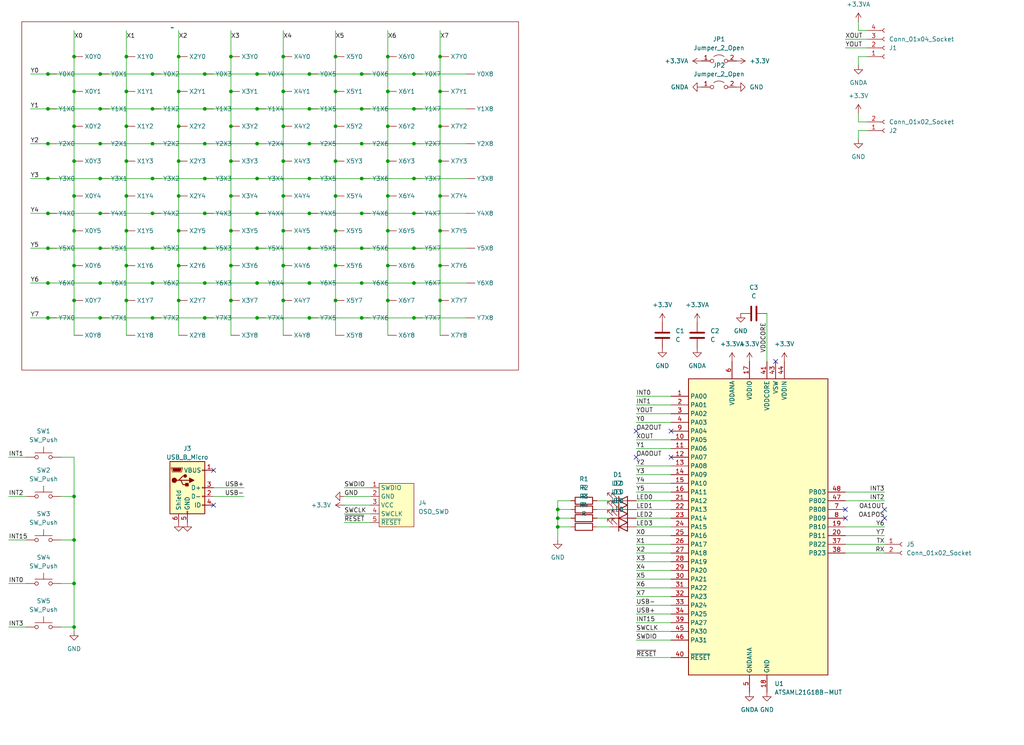
<source format=kicad_sch>
(kicad_sch (version 20230121) (generator eeschema)
  (paper "User" 298.45 217.322)
  (lib_symbols
    (symbol "CAPT-B1-02 Cap Touch Matrix Shield-eagle-import:MATRIX_ACTIVE_8X8SEG"
      (symbol "MATRIX_ACTIVE_8X8SEG_1_0"
        (pin passive line (at -50.8 40.64 0) (length 2.54) (name "X0Y0") (number "X0Y0"))
        (pin passive line (at -50.8 30.48 0) (length 2.54) (name "X0Y1") (number "X0Y1"))
        (pin passive line (at -50.8 20.32 0) (length 2.54) (name "X0Y2") (number "X0Y2"))
        (pin passive line (at -50.8 10.16 0) (length 2.54) (name "X0Y3") (number "X0Y3"))
        (pin passive line (at -50.8 0 0) (length 2.54) (name "X0Y4") (number "X0Y4"))
        (pin passive line (at -50.8 -10.16 0) (length 2.54) (name "X0Y5") (number "X0Y5"))
        (pin passive line (at -50.8 -20.32 0) (length 2.54) (name "X0Y6") (number "X0Y6"))
        (pin passive line (at -50.8 -30.48 0) (length 2.54) (name "X0Y7") (number "X0Y7"))
        (pin passive line (at -50.8 -40.64 0) (length 2.54) (name "X0Y8") (number "X0Y8"))
        (pin passive line (at -35.56 40.64 0) (length 2.54) (name "X1Y0") (number "X1Y0"))
        (pin passive line (at -35.56 30.48 0) (length 2.54) (name "X1Y1") (number "X1Y1"))
        (pin passive line (at -35.56 20.32 0) (length 2.54) (name "X1Y2") (number "X1Y2"))
        (pin passive line (at -35.56 10.16 0) (length 2.54) (name "X1Y3") (number "X1Y3"))
        (pin passive line (at -35.56 0 0) (length 2.54) (name "X1Y4") (number "X1Y4"))
        (pin passive line (at -35.56 -10.16 0) (length 2.54) (name "X1Y5") (number "X1Y5"))
        (pin passive line (at -35.56 -20.32 0) (length 2.54) (name "X1Y6") (number "X1Y6"))
        (pin passive line (at -35.56 -30.48 0) (length 2.54) (name "X1Y7") (number "X1Y7"))
        (pin passive line (at -35.56 -40.64 0) (length 2.54) (name "X1Y8") (number "X1Y8"))
        (pin passive line (at -20.32 40.64 0) (length 2.54) (name "X2Y0") (number "X2Y0"))
        (pin passive line (at -20.32 30.48 0) (length 2.54) (name "X2Y1") (number "X2Y1"))
        (pin passive line (at -20.32 20.32 0) (length 2.54) (name "X2Y2") (number "X2Y2"))
        (pin passive line (at -20.32 10.16 0) (length 2.54) (name "X2Y3") (number "X2Y3"))
        (pin passive line (at -20.32 0 0) (length 2.54) (name "X2Y4") (number "X2Y4"))
        (pin passive line (at -20.32 -10.16 0) (length 2.54) (name "X2Y5") (number "X2Y5"))
        (pin passive line (at -20.32 -20.32 0) (length 2.54) (name "X2Y6") (number "X2Y6"))
        (pin passive line (at -20.32 -30.48 0) (length 2.54) (name "X2Y7") (number "X2Y7"))
        (pin passive line (at -20.32 -40.64 0) (length 2.54) (name "X2Y8") (number "X2Y8"))
        (pin passive line (at -5.08 40.64 0) (length 2.54) (name "X3Y0") (number "X3Y0"))
        (pin passive line (at -5.08 30.48 0) (length 2.54) (name "X3Y1") (number "X3Y1"))
        (pin passive line (at -5.08 20.32 0) (length 2.54) (name "X3Y2") (number "X3Y2"))
        (pin passive line (at -5.08 10.16 0) (length 2.54) (name "X3Y3") (number "X3Y3"))
        (pin passive line (at -5.08 0 0) (length 2.54) (name "X3Y4") (number "X3Y4"))
        (pin passive line (at -5.08 -10.16 0) (length 2.54) (name "X3Y5") (number "X3Y5"))
        (pin passive line (at -5.08 -20.32 0) (length 2.54) (name "X3Y6") (number "X3Y6"))
        (pin passive line (at -5.08 -30.48 0) (length 2.54) (name "X3Y7") (number "X3Y7"))
        (pin passive line (at -5.08 -40.64 0) (length 2.54) (name "X3Y8") (number "X3Y8"))
        (pin passive line (at 10.16 40.64 0) (length 2.54) (name "X4Y0") (number "X4Y0"))
        (pin passive line (at 10.16 30.48 0) (length 2.54) (name "X4Y1") (number "X4Y1"))
        (pin passive line (at 10.16 20.32 0) (length 2.54) (name "X4Y2") (number "X4Y2"))
        (pin passive line (at 10.16 10.16 0) (length 2.54) (name "X4Y3") (number "X4Y3"))
        (pin passive line (at 10.16 0 0) (length 2.54) (name "X4Y4") (number "X4Y4"))
        (pin passive line (at 10.16 -10.16 0) (length 2.54) (name "X4Y5") (number "X4Y5"))
        (pin passive line (at 10.16 -20.32 0) (length 2.54) (name "X4Y6") (number "X4Y6"))
        (pin passive line (at 10.16 -30.48 0) (length 2.54) (name "X4Y7") (number "X4Y7"))
        (pin passive line (at 10.16 -40.64 0) (length 2.54) (name "X4Y8") (number "X4Y8"))
        (pin passive line (at 25.4 40.64 0) (length 2.54) (name "X5Y0") (number "X5Y0"))
        (pin passive line (at 25.4 30.48 0) (length 2.54) (name "X5Y1") (number "X5Y1"))
        (pin passive line (at 25.4 20.32 0) (length 2.54) (name "X5Y2") (number "X5Y2"))
        (pin passive line (at 25.4 10.16 0) (length 2.54) (name "X5Y3") (number "X5Y3"))
        (pin passive line (at 25.4 0 0) (length 2.54) (name "X5Y4") (number "X5Y4"))
        (pin passive line (at 25.4 -10.16 0) (length 2.54) (name "X5Y5") (number "X5Y5"))
        (pin passive line (at 25.4 -20.32 0) (length 2.54) (name "X5Y6") (number "X5Y6"))
        (pin passive line (at 25.4 -30.48 0) (length 2.54) (name "X5Y7") (number "X5Y7"))
        (pin passive line (at 25.4 -40.64 0) (length 2.54) (name "X5Y8") (number "X5Y8"))
        (pin passive line (at 40.64 40.64 0) (length 2.54) (name "X6Y0") (number "X6Y0"))
        (pin passive line (at 40.64 30.48 0) (length 2.54) (name "X6Y1") (number "X6Y1"))
        (pin passive line (at 40.64 20.32 0) (length 2.54) (name "X6Y2") (number "X6Y2"))
        (pin passive line (at 40.64 10.16 0) (length 2.54) (name "X6Y3") (number "X6Y3"))
        (pin passive line (at 40.64 0 0) (length 2.54) (name "X6Y4") (number "X6Y4"))
        (pin passive line (at 40.64 -10.16 0) (length 2.54) (name "X6Y5") (number "X6Y5"))
        (pin passive line (at 40.64 -20.32 0) (length 2.54) (name "X6Y6") (number "X6Y6"))
        (pin passive line (at 40.64 -30.48 0) (length 2.54) (name "X6Y7") (number "X6Y7"))
        (pin passive line (at 40.64 -40.64 0) (length 2.54) (name "X6Y8") (number "X6Y8"))
        (pin passive line (at 55.88 40.64 0) (length 2.54) (name "X7Y0") (number "X7Y0"))
        (pin passive line (at 55.88 30.48 0) (length 2.54) (name "X7Y1") (number "X7Y1"))
        (pin passive line (at 55.88 20.32 0) (length 2.54) (name "X7Y2") (number "X7Y2"))
        (pin passive line (at 55.88 10.16 0) (length 2.54) (name "X7Y3") (number "X7Y3"))
        (pin passive line (at 55.88 0 0) (length 2.54) (name "X7Y4") (number "X7Y4"))
        (pin passive line (at 55.88 -10.16 0) (length 2.54) (name "X7Y5") (number "X7Y5"))
        (pin passive line (at 55.88 -20.32 0) (length 2.54) (name "X7Y6") (number "X7Y6"))
        (pin passive line (at 55.88 -30.48 0) (length 2.54) (name "X7Y7") (number "X7Y7"))
        (pin passive line (at 55.88 -40.64 0) (length 2.54) (name "X7Y8") (number "X7Y8"))
        (pin passive line (at -58.42 35.56 0) (length 2.54) (name "Y0X0") (number "Y0X0"))
        (pin passive line (at -43.18 35.56 0) (length 2.54) (name "Y0X1") (number "Y0X1"))
        (pin passive line (at -27.94 35.56 0) (length 2.54) (name "Y0X2") (number "Y0X2"))
        (pin passive line (at -12.7 35.56 0) (length 2.54) (name "Y0X3") (number "Y0X3"))
        (pin passive line (at 2.54 35.56 0) (length 2.54) (name "Y0X4") (number "Y0X4"))
        (pin passive line (at 17.78 35.56 0) (length 2.54) (name "Y0X5") (number "Y0X5"))
        (pin passive line (at 33.02 35.56 0) (length 2.54) (name "Y0X6") (number "Y0X6"))
        (pin passive line (at 48.26 35.56 0) (length 2.54) (name "Y0X7") (number "Y0X7"))
        (pin passive line (at 63.5 35.56 0) (length 2.54) (name "Y0X8") (number "Y0X8"))
        (pin passive line (at -58.42 25.4 0) (length 2.54) (name "Y1X0") (number "Y1X0"))
        (pin passive line (at -43.18 25.4 0) (length 2.54) (name "Y1X1") (number "Y1X1"))
        (pin passive line (at -27.94 25.4 0) (length 2.54) (name "Y1X2") (number "Y1X2"))
        (pin passive line (at -12.7 25.4 0) (length 2.54) (name "Y1X3") (number "Y1X3"))
        (pin passive line (at 2.54 25.4 0) (length 2.54) (name "Y1X4") (number "Y1X4"))
        (pin passive line (at 17.78 25.4 0) (length 2.54) (name "Y1X5") (number "Y1X5"))
        (pin passive line (at 33.02 25.4 0) (length 2.54) (name "Y1X6") (number "Y1X6"))
        (pin passive line (at 48.26 25.4 0) (length 2.54) (name "Y1X7") (number "Y1X7"))
        (pin passive line (at 63.5 25.4 0) (length 2.54) (name "Y1X8") (number "Y1X8"))
        (pin passive line (at -58.42 15.24 0) (length 2.54) (name "Y2X0") (number "Y2X0"))
        (pin passive line (at -43.18 15.24 0) (length 2.54) (name "Y2X1") (number "Y2X1"))
        (pin passive line (at -27.94 15.24 0) (length 2.54) (name "Y2X2") (number "Y2X2"))
        (pin passive line (at -12.7 15.24 0) (length 2.54) (name "Y2X3") (number "Y2X3"))
        (pin passive line (at 2.54 15.24 0) (length 2.54) (name "Y2X4") (number "Y2X4"))
        (pin passive line (at 17.78 15.24 0) (length 2.54) (name "Y2X5") (number "Y2X5"))
        (pin passive line (at 33.02 15.24 0) (length 2.54) (name "Y2X6") (number "Y2X6"))
        (pin passive line (at 48.26 15.24 0) (length 2.54) (name "Y2X7") (number "Y2X7"))
        (pin passive line (at 63.5 15.24 0) (length 2.54) (name "Y2X8") (number "Y2X8"))
        (pin passive line (at -58.42 5.08 0) (length 2.54) (name "Y3X0") (number "Y3X0"))
        (pin passive line (at -43.18 5.08 0) (length 2.54) (name "Y3X1") (number "Y3X1"))
        (pin passive line (at -27.94 5.08 0) (length 2.54) (name "Y3X2") (number "Y3X2"))
        (pin passive line (at -12.7 5.08 0) (length 2.54) (name "Y3X3") (number "Y3X3"))
        (pin passive line (at 2.54 5.08 0) (length 2.54) (name "Y3X4") (number "Y3X4"))
        (pin passive line (at 17.78 5.08 0) (length 2.54) (name "Y3X5") (number "Y3X5"))
        (pin passive line (at 33.02 5.08 0) (length 2.54) (name "Y3X6") (number "Y3X6"))
        (pin passive line (at 48.26 5.08 0) (length 2.54) (name "Y3X7") (number "Y3X7"))
        (pin passive line (at 63.5 5.08 0) (length 2.54) (name "Y3X8") (number "Y3X8"))
        (pin passive line (at -58.42 -5.08 0) (length 2.54) (name "Y4X0") (number "Y4X0"))
        (pin passive line (at -43.18 -5.08 0) (length 2.54) (name "Y4X1") (number "Y4X1"))
        (pin passive line (at -27.94 -5.08 0) (length 2.54) (name "Y4X2") (number "Y4X2"))
        (pin passive line (at -12.7 -5.08 0) (length 2.54) (name "Y4X3") (number "Y4X3"))
        (pin passive line (at 2.54 -5.08 0) (length 2.54) (name "Y4X4") (number "Y4X4"))
        (pin passive line (at 17.78 -5.08 0) (length 2.54) (name "Y4X5") (number "Y4X5"))
        (pin passive line (at 33.02 -5.08 0) (length 2.54) (name "Y4X6") (number "Y4X6"))
        (pin passive line (at 48.26 -5.08 0) (length 2.54) (name "Y4X7") (number "Y4X7"))
        (pin passive line (at 63.5 -5.08 0) (length 2.54) (name "Y4X8") (number "Y4X8"))
        (pin passive line (at -58.42 -15.24 0) (length 2.54) (name "Y5X0") (number "Y5X0"))
        (pin passive line (at -43.18 -15.24 0) (length 2.54) (name "Y5X1") (number "Y5X1"))
        (pin passive line (at -27.94 -15.24 0) (length 2.54) (name "Y5X2") (number "Y5X2"))
        (pin passive line (at -12.7 -15.24 0) (length 2.54) (name "Y5X3") (number "Y5X3"))
        (pin passive line (at 2.54 -15.24 0) (length 2.54) (name "Y5X4") (number "Y5X4"))
        (pin passive line (at 17.78 -15.24 0) (length 2.54) (name "Y5X5") (number "Y5X5"))
        (pin passive line (at 33.02 -15.24 0) (length 2.54) (name "Y5X6") (number "Y5X6"))
        (pin passive line (at 48.26 -15.24 0) (length 2.54) (name "Y5X7") (number "Y5X7"))
        (pin passive line (at 63.5 -15.24 0) (length 2.54) (name "Y5X8") (number "Y5X8"))
        (pin passive line (at -58.42 -25.4 0) (length 2.54) (name "Y6X0") (number "Y6X0"))
        (pin passive line (at -43.18 -25.4 0) (length 2.54) (name "Y6X1") (number "Y6X1"))
        (pin passive line (at -27.94 -25.4 0) (length 2.54) (name "Y6X2") (number "Y6X2"))
        (pin passive line (at -12.7 -25.4 0) (length 2.54) (name "Y6X3") (number "Y6X3"))
        (pin passive line (at 2.54 -25.4 0) (length 2.54) (name "Y6X4") (number "Y6X4"))
        (pin passive line (at 17.78 -25.4 0) (length 2.54) (name "Y6X5") (number "Y6X5"))
        (pin passive line (at 33.02 -25.4 0) (length 2.54) (name "Y6X6") (number "Y6X6"))
        (pin passive line (at 48.26 -25.4 0) (length 2.54) (name "Y6X7") (number "Y6X7"))
        (pin passive line (at 63.5 -25.4 0) (length 2.54) (name "Y6X8") (number "Y6X8"))
        (pin passive line (at -58.42 -35.56 0) (length 2.54) (name "Y7X0") (number "Y7X0"))
        (pin passive line (at -43.18 -35.56 0) (length 2.54) (name "Y7X1") (number "Y7X1"))
        (pin passive line (at -27.94 -35.56 0) (length 2.54) (name "Y7X2") (number "Y7X2"))
        (pin passive line (at -12.7 -35.56 0) (length 2.54) (name "Y7X3") (number "Y7X3"))
        (pin passive line (at 2.54 -35.56 0) (length 2.54) (name "Y7X4") (number "Y7X4"))
        (pin passive line (at 17.78 -35.56 0) (length 2.54) (name "Y7X5") (number "Y7X5"))
        (pin passive line (at 33.02 -35.56 0) (length 2.54) (name "Y7X6") (number "Y7X6"))
        (pin passive line (at 48.26 -35.56 0) (length 2.54) (name "Y7X7") (number "Y7X7"))
        (pin passive line (at 63.5 -35.56 0) (length 2.54) (name "Y7X8") (number "Y7X8"))
      )
    )
    (symbol "Connector:Conn_01x02_Socket" (pin_names (offset 1.016) hide)
      (property "Reference" "J" (at 0 2.54 0))
      (property "Value" "Conn_01x02_Socket" (at 0 -5.08 0))
      (symbol "Conn_01x02_Socket_1_1"
        (pin passive line (at -5.08 0 0) (length 3.81) (name "Pin_1") (number "1"))
        (pin passive line (at -5.08 -2.54 0) (length 3.81) (name "Pin_2") (number "2"))
      )
    )
    (symbol "Connector:Conn_01x04_Socket" (pin_names (offset 1.016) hide)
      (property "Reference" "J" (at 0 5.08 0))
      (property "Value" "Conn_01x04_Socket" (at 0 -7.62 0))
      (symbol "Conn_01x04_Socket_1_1"
        (pin passive line (at -5.08 2.54 0) (length 3.81) (name "Pin_1") (number "1"))
        (pin passive line (at -5.08 0 0) (length 3.81) (name "Pin_2") (number "2"))
        (pin passive line (at -5.08 -2.54 0) (length 3.81) (name "Pin_3") (number "3"))
        (pin passive line (at -5.08 -5.08 0) (length 3.81) (name "Pin_4") (number "4"))
      )
    )
    (symbol "Connector:USB_B_Micro" (pin_names (offset 1.016))
      (property "Reference" "J" (at -5.08 11.43 0))
      (property "Value" "USB_B_Micro" (at -5.08 8.89 0))
      (symbol "USB_B_Micro_1_1"
        (pin power_out line (at 7.62 5.08 180) (length 2.54) (name "VBUS") (number "1"))
        (pin bidirectional line (at 7.62 -2.54 180) (length 2.54) (name "D-") (number "2"))
        (pin bidirectional line (at 7.62 0 180) (length 2.54) (name "D+") (number "3"))
        (pin passive line (at 7.62 -5.08 180) (length 2.54) (name "ID") (number "4"))
        (pin power_out line (at 0 -10.16 90) (length 2.54) (name "GND") (number "5"))
        (pin passive line (at -2.54 -10.16 90) (length 2.54) (name "Shield") (number "6"))
      )
    )
    (symbol "Device:C" (pin_numbers hide) (pin_names (offset 0.254))
      (property "Reference" "C" (at 0.635 2.54 0))
      (property "Value" "C" (at 0.635 -2.54 0))
      (symbol "C_1_1"
        (pin passive line (at 0 3.81 270) (length 2.794) (name "~") (number "1"))
        (pin passive line (at 0 -3.81 90) (length 2.794) (name "~") (number "2"))
      )
    )
    (symbol "Device:LED" (pin_numbers hide) (pin_names (offset 1.016) hide)
      (property "Reference" "D" (at 0 2.54 0))
      (property "Value" "LED" (at 0 -2.54 0))
      (symbol "LED_1_1"
        (pin passive line (at -3.81 0 0) (length 2.54) (name "K") (number "1"))
        (pin passive line (at 3.81 0 180) (length 2.54) (name "A") (number "2"))
      )
    )
    (symbol "Device:R" (pin_numbers hide) (pin_names (offset 0))
      (property "Reference" "R" (at 2.032 0 90))
      (property "Value" "R" (at 0 0 90))
      (symbol "R_1_1"
        (pin passive line (at 0 3.81 270) (length 1.27) (name "~") (number "1"))
        (pin passive line (at 0 -3.81 90) (length 1.27) (name "~") (number "2"))
      )
    )
    (symbol "Jumper:Jumper_2_Open" (pin_names (offset 0) hide)
      (property "Reference" "JP" (at 0 2.794 0))
      (property "Value" "Jumper_2_Open" (at 0 -2.286 0))
      (symbol "Jumper_2_Open_1_1"
        (pin passive line (at -5.08 0 0) (length 2.54) (name "A") (number "1"))
        (pin passive line (at 5.08 0 180) (length 2.54) (name "B") (number "2"))
      )
    )
    (symbol "MCU_Microchip_SAML:ATSAML21G18B-MUT"
      (property "Reference" "U" (at -17.78 45.72 0))
      (property "Value" "ATSAML21G18B-MUT" (at -15.24 -45.72 0))
      (symbol "ATSAML21G18B-MUT_1_1"
        (pin bidirectional line (at -25.4 38.1 0) (length 5.08) (name "PA00") (number "1"))
        (pin bidirectional line (at -25.4 25.4 0) (length 5.08) (name "PA05") (number "10"))
        (pin bidirectional line (at -25.4 22.86 0) (length 5.08) (name "PA06") (number "11"))
        (pin bidirectional line (at -25.4 20.32 0) (length 5.08) (name "PA07") (number "12"))
        (pin bidirectional line (at -25.4 17.78 0) (length 5.08) (name "PA08") (number "13"))
        (pin bidirectional line (at -25.4 15.24 0) (length 5.08) (name "PA09") (number "14"))
        (pin bidirectional line (at -25.4 12.7 0) (length 5.08) (name "PA10") (number "15"))
        (pin bidirectional line (at -25.4 10.16 0) (length 5.08) (name "PA11") (number "16"))
        (pin power_in line (at -2.54 48.26 270) (length 5.08) (name "VDDIO") (number "17"))
        (pin power_in line (at 2.54 -48.26 90) (length 5.08) (name "GND") (number "18"))
        (pin bidirectional line (at 25.4 0 180) (length 5.08) (name "PB10") (number "19"))
        (pin bidirectional line (at -25.4 35.56 0) (length 5.08) (name "PA01") (number "2"))
        (pin bidirectional line (at 25.4 -2.54 180) (length 5.08) (name "PB11") (number "20"))
        (pin bidirectional line (at -25.4 7.62 0) (length 5.08) (name "PA12") (number "21"))
        (pin bidirectional line (at -25.4 5.08 0) (length 5.08) (name "PA13") (number "22"))
        (pin bidirectional line (at -25.4 2.54 0) (length 5.08) (name "PA14") (number "23"))
        (pin bidirectional line (at -25.4 0 0) (length 5.08) (name "PA15") (number "24"))
        (pin bidirectional line (at -25.4 -2.54 0) (length 5.08) (name "PA16") (number "25"))
        (pin bidirectional line (at -25.4 -5.08 0) (length 5.08) (name "PA17") (number "26"))
        (pin bidirectional line (at -25.4 -7.62 0) (length 5.08) (name "PA18") (number "27"))
        (pin bidirectional line (at -25.4 -10.16 0) (length 5.08) (name "PA19") (number "28"))
        (pin bidirectional line (at -25.4 -12.7 0) (length 5.08) (name "PA20") (number "29"))
        (pin bidirectional line (at -25.4 33.02 0) (length 5.08) (name "PA02") (number "3"))
        (pin bidirectional line (at -25.4 -15.24 0) (length 5.08) (name "PA21") (number "30"))
        (pin bidirectional line (at -25.4 -17.78 0) (length 5.08) (name "PA22") (number "31"))
        (pin bidirectional line (at -25.4 -20.32 0) (length 5.08) (name "PA23") (number "32"))
        (pin bidirectional line (at -25.4 -22.86 0) (length 5.08) (name "PA24") (number "33"))
        (pin bidirectional line (at -25.4 -25.4 0) (length 5.08) (name "PA25") (number "34"))
        (pin passive line (at 2.54 -48.26 90) (length 5.08) hide (name "GND") (number "35"))
        (pin passive line (at -2.54 48.26 270) (length 5.08) hide (name "VDDIO") (number "36"))
        (pin bidirectional line (at 25.4 -5.08 180) (length 5.08) (name "PB22") (number "37"))
        (pin bidirectional line (at 25.4 -7.62 180) (length 5.08) (name "PB23") (number "38"))
        (pin bidirectional line (at -25.4 -27.94 0) (length 5.08) (name "PA27") (number "39"))
        (pin bidirectional line (at -25.4 30.48 0) (length 5.08) (name "PA03") (number "4"))
        (pin input line (at -25.4 -38.1 0) (length 5.08) (name "~{RESET}") (number "40"))
        (pin power_in line (at 2.54 48.26 270) (length 5.08) (name "VDDCORE") (number "41"))
        (pin passive line (at 2.54 -48.26 90) (length 5.08) hide (name "GND") (number "42"))
        (pin power_out line (at 5.08 48.26 270) (length 5.08) (name "VSW") (number "43"))
        (pin power_in line (at 7.62 48.26 270) (length 5.08) (name "VDDIN") (number "44"))
        (pin bidirectional line (at -25.4 -30.48 0) (length 5.08) (name "PA30") (number "45"))
        (pin bidirectional line (at -25.4 -33.02 0) (length 5.08) (name "PA31") (number "46"))
        (pin bidirectional line (at 25.4 7.62 180) (length 5.08) (name "PB02") (number "47"))
        (pin bidirectional line (at 25.4 10.16 180) (length 5.08) (name "PB03") (number "48"))
        (pin power_in line (at -2.54 -48.26 90) (length 5.08) (name "GNDANA") (number "5"))
        (pin power_in line (at -7.62 48.26 270) (length 5.08) (name "VDDANA") (number "6"))
        (pin bidirectional line (at 25.4 5.08 180) (length 5.08) (name "PB08") (number "7"))
        (pin bidirectional line (at 25.4 2.54 180) (length 5.08) (name "PB09") (number "8"))
        (pin bidirectional line (at -25.4 27.94 0) (length 5.08) (name "PA04") (number "9"))
      )
    )
    (symbol "OSO_SWD:OSO_SWD"
      (property "Reference" "J" (at 0 -7.62 0))
      (property "Value" "OSO_SWD" (at 0 7.62 0))
      (symbol "OSO_SWD_1_1"
        (pin bidirectional line (at -7.62 5.08 0) (length 2.54) (name "SWDIO") (number "1"))
        (pin power_in line (at -7.62 2.54 0) (length 2.54) (name "GND") (number "2"))
        (pin power_in line (at -7.62 0 0) (length 2.54) (name "VCC") (number "3"))
        (pin bidirectional line (at -7.62 -2.54 0) (length 2.54) (name "SWCLK") (number "4"))
        (pin bidirectional line (at -7.62 -5.08 0) (length 2.54) (name "~{RESET}") (number "5"))
      )
    )
    (symbol "Switch:SW_Push" (pin_numbers hide) (pin_names (offset 1.016) hide)
      (property "Reference" "SW" (at 1.27 2.54 0))
      (property "Value" "SW_Push" (at 0 -1.524 0))
      (symbol "SW_Push_0_1"
        (pin passive line (at -5.08 0 0) (length 2.54) (name "1") (number "1"))
        (pin passive line (at 5.08 0 180) (length 2.54) (name "2") (number "2"))
      )
    )
    (symbol "power:+3.3V" (power) (pin_names (offset 0))
      (property "Value" "+3.3V" (at 0 3.556 0))
      (symbol "+3.3V_1_1"
        (pin power_in line (at 0 0 90) (length 0) hide (name "+3.3V") (number "1"))
      )
    )
    (symbol "power:+3.3VA" (power) (pin_names (offset 0))
      (property "Value" "+3.3VA" (at 0 3.556 0))
      (symbol "+3.3VA_1_1"
        (pin power_in line (at 0 0 90) (length 0) hide (name "+3.3VA") (number "1"))
      )
    )
    (symbol "power:GND" (power) (pin_names (offset 0))
      (property "Value" "GND" (at 0 -3.81 0))
      (symbol "GND_1_1"
        (pin power_in line (at 0 0 270) (length 0) hide (name "GND") (number "1"))
      )
    )
    (symbol "power:GNDA" (power) (pin_names (offset 0))
      (property "Value" "GNDA" (at 0 -3.81 0))
      (symbol "GNDA_1_1"
        (pin power_in line (at 0 0 270) (length 0) hide (name "GNDA") (number "1"))
      )
    )
  )
  (junction (at 120.65 21.59))
  (junction (at 120.65 31.75))
  (junction (at 113.03 26.67))
  (junction (at 74.93 72.39))
  (junction (at 128.27 87.63))
  (junction (at 105.41 92.71))
  (junction (at 59.69 92.71))
  (junction (at 74.93 21.59))
  (junction (at 52.07 87.63))
  (junction (at 97.79 67.31))
  (junction (at 74.93 31.75))
  (junction (at 113.03 46.99))
  (junction (at 21.59 16.51))
  (junction (at 90.17 41.91))
  (junction (at 21.59 67.31))
  (junction (at 59.69 72.39))
  (junction (at 74.93 82.55))
  (junction (at 90.17 72.39))
  (junction (at 128.27 46.99))
  (junction (at 90.17 31.75))
  (junction (at 44.45 62.23))
  (junction (at 97.79 57.15))
  (junction (at 90.17 62.23))
  (junction (at 52.07 67.31))
  (junction (at 59.69 41.91))
  (junction (at 74.93 92.71))
  (junction (at 128.27 67.31))
  (junction (at 29.21 72.39))
  (junction (at 82.55 36.83))
  (junction (at 13.97 31.75))
  (junction (at 13.97 62.23))
  (junction (at 52.07 16.51))
  (junction (at 82.55 26.67))
  (junction (at 128.27 26.67))
  (junction (at 36.83 26.67))
  (junction (at 13.97 21.59))
  (junction (at 59.69 82.55))
  (junction (at 21.59 144.78))
  (junction (at 36.83 57.15))
  (junction (at 13.97 72.39))
  (junction (at 120.65 92.71))
  (junction (at 44.45 21.59))
  (junction (at 29.21 31.75))
  (junction (at 105.41 62.23))
  (junction (at 120.65 52.07))
  (junction (at 113.03 77.47))
  (junction (at 128.27 36.83))
  (junction (at 21.59 46.99))
  (junction (at 74.93 41.91))
  (junction (at 67.31 36.83))
  (junction (at 36.83 16.51))
  (junction (at 59.69 31.75))
  (junction (at 13.97 82.55))
  (junction (at 82.55 87.63))
  (junction (at 29.21 21.59))
  (junction (at 29.21 82.55))
  (junction (at 21.59 157.48))
  (junction (at 21.59 182.88))
  (junction (at 52.07 26.67))
  (junction (at 82.55 16.51))
  (junction (at 120.65 62.23))
  (junction (at 21.59 57.15))
  (junction (at 21.59 77.47))
  (junction (at 113.03 36.83))
  (junction (at 21.59 36.83))
  (junction (at 29.21 62.23))
  (junction (at 113.03 87.63))
  (junction (at 21.59 26.67))
  (junction (at 44.45 31.75))
  (junction (at 44.45 72.39))
  (junction (at 105.41 21.59))
  (junction (at 113.03 16.51))
  (junction (at 90.17 21.59))
  (junction (at 82.55 77.47))
  (junction (at 162.56 151.13))
  (junction (at 128.27 57.15))
  (junction (at 59.69 21.59))
  (junction (at 105.41 52.07))
  (junction (at 105.41 31.75))
  (junction (at 52.07 46.99))
  (junction (at 29.21 41.91))
  (junction (at 29.21 52.07))
  (junction (at 59.69 52.07))
  (junction (at 128.27 16.51))
  (junction (at 82.55 46.99))
  (junction (at 36.83 87.63))
  (junction (at 105.41 41.91))
  (junction (at 162.56 148.59))
  (junction (at 74.93 52.07))
  (junction (at 105.41 72.39))
  (junction (at 120.65 82.55))
  (junction (at 67.31 57.15))
  (junction (at 67.31 46.99))
  (junction (at 97.79 36.83))
  (junction (at 82.55 67.31))
  (junction (at 59.69 62.23))
  (junction (at 44.45 82.55))
  (junction (at 90.17 92.71))
  (junction (at 120.65 41.91))
  (junction (at 74.93 62.23))
  (junction (at 128.27 77.47))
  (junction (at 90.17 52.07))
  (junction (at 21.59 87.63))
  (junction (at 13.97 52.07))
  (junction (at 67.31 26.67))
  (junction (at 97.79 26.67))
  (junction (at 97.79 16.51))
  (junction (at 52.07 36.83))
  (junction (at 67.31 77.47))
  (junction (at 36.83 77.47))
  (junction (at 52.07 77.47))
  (junction (at 44.45 41.91))
  (junction (at 162.56 153.67))
  (junction (at 44.45 52.07))
  (junction (at 36.83 36.83))
  (junction (at 113.03 67.31))
  (junction (at 44.45 92.71))
  (junction (at 13.97 92.71))
  (junction (at 13.97 41.91))
  (junction (at 36.83 46.99))
  (junction (at 113.03 57.15))
  (junction (at 90.17 82.55))
  (junction (at 97.79 46.99))
  (junction (at 105.41 82.55))
  (junction (at 29.21 92.71))
  (junction (at 21.59 170.18))
  (junction (at 67.31 67.31))
  (junction (at 82.55 57.15))
  (junction (at 52.07 57.15))
  (junction (at 67.31 87.63))
  (junction (at 36.83 67.31))
  (junction (at 97.79 87.63))
  (junction (at 120.65 72.39))
  (junction (at 97.79 77.47))
  (junction (at 67.31 16.51))
  (no_connect (at 62.23 147.32))
  (no_connect (at 226.06 105.41))
  (no_connect (at 257.81 151.13))
  (no_connect (at 195.58 125.73))
  (no_connect (at 195.58 133.35))
  (no_connect (at 185.42 125.73))
  (no_connect (at 257.81 148.59))
  (no_connect (at 185.42 133.35))
  (no_connect (at 62.23 137.16))
  (no_connect (at 246.38 151.13))
  (no_connect (at 246.38 148.59))
  (wire (pts (xy 162.56 146.05) (xy 166.37 146.05)))
  (wire (pts (xy 185.42 120.65) (xy 195.58 120.65)))
  (wire (pts (xy 185.42 140.97) (xy 195.58 140.97)))
  (wire (pts (xy 52.07 87.63) (xy 52.07 97.79)) (stroke (width 0.1524)))
  (wire (pts (xy 36.83 77.47) (xy 36.83 87.63)) (stroke (width 0.1524)))
  (wire (pts (xy 90.17 62.23) (xy 105.41 62.23)) (stroke (width 0.1524)))
  (wire (pts (xy 36.83 36.83) (xy 36.83 46.99)) (stroke (width 0.1524)))
  (wire (pts (xy 113.03 16.51) (xy 113.03 26.67)) (stroke (width 0.1524)))
  (wire (pts (xy 52.07 57.15) (xy 52.07 67.31)) (stroke (width 0.1524)))
  (wire (pts (xy 82.55 46.99) (xy 82.55 57.15)) (stroke (width 0.1524)))
  (wire (pts (xy 185.42 171.45) (xy 195.58 171.45)))
  (wire (pts (xy 185.42 176.53) (xy 195.58 176.53)))
  (wire (pts (xy 13.97 72.39) (xy 29.21 72.39)) (stroke (width 0.1524)))
  (wire (pts (xy 128.27 46.99) (xy 128.27 57.15)) (stroke (width 0.1524)))
  (wire (pts (xy 185.42 191.77) (xy 195.58 191.77)))
  (wire (pts (xy 8.89 92.71) (xy 13.97 92.71)))
  (wire (pts (xy 90.17 31.75) (xy 105.41 31.75)) (stroke (width 0.1524)))
  (wire (pts (xy 59.69 52.07) (xy 74.93 52.07)) (stroke (width 0.1524)))
  (wire (pts (xy 185.42 158.75) (xy 195.58 158.75)))
  (wire (pts (xy 74.93 52.07) (xy 90.17 52.07)) (stroke (width 0.1524)))
  (wire (pts (xy 105.41 72.39) (xy 120.65 72.39)) (stroke (width 0.1524)))
  (wire (pts (xy 36.83 16.51) (xy 36.83 26.67)) (stroke (width 0.1524)))
  (wire (pts (xy 252.73 8.89) (xy 250.19 8.89)))
  (wire (pts (xy 128.27 16.51) (xy 128.27 26.67)) (stroke (width 0.1524)))
  (wire (pts (xy 21.59 144.78) (xy 21.59 133.35)))
  (wire (pts (xy 59.69 21.59) (xy 74.93 21.59)) (stroke (width 0.1524)))
  (wire (pts (xy 8.89 62.23) (xy 13.97 62.23)) (stroke (width 0.1524)))
  (wire (pts (xy 67.31 46.99) (xy 67.31 57.15)) (stroke (width 0.1524)))
  (wire (pts (xy 173.99 151.13) (xy 177.8 151.13)))
  (wire (pts (xy 120.65 21.59) (xy 135.89 21.59)) (stroke (width 0.1524)))
  (wire (pts (xy 257.81 153.67) (xy 246.38 153.67)))
  (wire (pts (xy 13.97 41.91) (xy 29.21 41.91)) (stroke (width 0.1524)))
  (wire (pts (xy 82.55 16.51) (xy 82.55 26.67)) (stroke (width 0.1524)))
  (wire (pts (xy 185.42 173.99) (xy 195.58 173.99)))
  (wire (pts (xy 185.42 161.29) (xy 195.58 161.29)))
  (wire (pts (xy 59.69 41.91) (xy 74.93 41.91)) (stroke (width 0.1524)))
  (wire (pts (xy 74.93 41.91) (xy 90.17 41.91)) (stroke (width 0.1524)))
  (wire (pts (xy 113.03 87.63) (xy 113.03 97.79)) (stroke (width 0.1524)))
  (wire (pts (xy 67.31 77.47) (xy 67.31 87.63)) (stroke (width 0.1524)))
  (wire (pts (xy 74.93 82.55) (xy 90.17 82.55)))
  (wire (pts (xy 29.21 82.55) (xy 44.45 82.55)))
  (wire (pts (xy 100.33 149.86) (xy 107.95 149.86)))
  (wire (pts (xy 13.97 21.59) (xy 29.21 21.59)) (stroke (width 0.1524)))
  (wire (pts (xy 21.59 144.78) (xy 17.78 144.78)))
  (wire (pts (xy 52.07 77.47) (xy 52.07 87.63)) (stroke (width 0.1524)))
  (wire (pts (xy 97.79 8.89) (xy 97.79 16.51)) (stroke (width 0.1524)))
  (wire (pts (xy 36.83 8.89) (xy 36.83 16.51)) (stroke (width 0.1524)))
  (wire (pts (xy 90.17 52.07) (xy 105.41 52.07)) (stroke (width 0.1524)))
  (wire (pts (xy 162.56 153.67) (xy 166.37 153.67)))
  (wire (pts (xy 250.19 16.51) (xy 250.19 19.05)))
  (wire (pts (xy 120.65 41.91) (xy 135.89 41.91)) (stroke (width 0.1524)))
  (wire (pts (xy 185.42 166.37) (xy 195.58 166.37)))
  (wire (pts (xy 185.42 130.81) (xy 195.58 130.81)))
  (wire (pts (xy 162.56 153.67) (xy 162.56 151.13)))
  (wire (pts (xy 120.65 82.55) (xy 135.89 82.55)))
  (wire (pts (xy 97.79 16.51) (xy 97.79 26.67)) (stroke (width 0.1524)))
  (wire (pts (xy 246.38 13.97) (xy 252.73 13.97)))
  (wire (pts (xy 29.21 72.39) (xy 44.45 72.39)) (stroke (width 0.1524)))
  (wire (pts (xy 21.59 46.99) (xy 21.59 57.15)) (stroke (width 0.1524)))
  (wire (pts (xy 21.59 67.31) (xy 21.59 77.47)) (stroke (width 0.1524)))
  (wire (pts (xy 105.41 21.59) (xy 120.65 21.59)) (stroke (width 0.1524)))
  (wire (pts (xy 59.69 92.71) (xy 74.93 92.71)))
  (wire (pts (xy 250.19 38.1) (xy 250.19 40.64)))
  (wire (pts (xy 257.81 156.21) (xy 246.38 156.21)))
  (wire (pts (xy 36.83 46.99) (xy 36.83 57.15)) (stroke (width 0.1524)))
  (wire (pts (xy 2.54 133.35) (xy 7.62 133.35)))
  (wire (pts (xy 29.21 31.75) (xy 44.45 31.75)) (stroke (width 0.1524)))
  (wire (pts (xy 100.33 144.78) (xy 107.95 144.78)))
  (wire (pts (xy 113.03 46.99) (xy 113.03 57.15)) (stroke (width 0.1524)))
  (wire (pts (xy 29.21 92.71) (xy 44.45 92.71)))
  (wire (pts (xy 185.42 181.61) (xy 195.58 181.61)))
  (wire (pts (xy 36.83 87.63) (xy 36.83 97.79)) (stroke (width 0.1524)))
  (wire (pts (xy 13.97 52.07) (xy 29.21 52.07)) (stroke (width 0.1524)))
  (wire (pts (xy 97.79 26.67) (xy 97.79 36.83)) (stroke (width 0.1524)))
  (wire (pts (xy 21.59 77.47) (xy 21.59 87.63)) (stroke (width 0.1524)))
  (wire (pts (xy 97.79 46.99) (xy 97.79 57.15)) (stroke (width 0.1524)))
  (wire (pts (xy 44.45 41.91) (xy 59.69 41.91)) (stroke (width 0.1524)))
  (wire (pts (xy 21.59 184.15) (xy 21.59 182.88)))
  (wire (pts (xy 44.45 82.55) (xy 59.69 82.55)))
  (wire (pts (xy 120.65 62.23) (xy 135.89 62.23)) (stroke (width 0.1524)))
  (wire (pts (xy 100.33 142.24) (xy 107.95 142.24)))
  (wire (pts (xy 105.41 62.23) (xy 120.65 62.23)) (stroke (width 0.1524)))
  (wire (pts (xy 105.41 82.55) (xy 120.65 82.55)))
  (wire (pts (xy 82.55 57.15) (xy 82.55 67.31)) (stroke (width 0.1524)))
  (wire (pts (xy 21.59 26.67) (xy 21.59 36.83)) (stroke (width 0.1524)))
  (wire (pts (xy 252.73 16.51) (xy 250.19 16.51)))
  (wire (pts (xy 113.03 36.83) (xy 113.03 46.99)) (stroke (width 0.1524)))
  (wire (pts (xy 250.19 8.89) (xy 250.19 6.35)))
  (wire (pts (xy 74.93 92.71) (xy 90.17 92.71)))
  (wire (pts (xy 29.21 21.59) (xy 44.45 21.59)) (stroke (width 0.1524)))
  (wire (pts (xy 128.27 77.47) (xy 128.27 87.63)) (stroke (width 0.1524)))
  (wire (pts (xy 257.81 143.51) (xy 246.38 143.51)))
  (wire (pts (xy 74.93 21.59) (xy 90.17 21.59)) (stroke (width 0.1524)))
  (wire (pts (xy 21.59 133.35) (xy 17.78 133.35)))
  (wire (pts (xy 52.07 8.89) (xy 52.07 16.51)) (stroke (width 0.1524)))
  (wire (pts (xy 21.59 170.18) (xy 21.59 157.48)))
  (wire (pts (xy 67.31 8.89) (xy 67.31 16.51)) (stroke (width 0.1524)))
  (wire (pts (xy 185.42 143.51) (xy 195.58 143.51)))
  (wire (pts (xy 59.69 62.23) (xy 74.93 62.23)) (stroke (width 0.1524)))
  (wire (pts (xy 252.73 35.56) (xy 250.19 35.56)))
  (wire (pts (xy 128.27 67.31) (xy 128.27 77.47)) (stroke (width 0.1524)))
  (wire (pts (xy 90.17 41.91) (xy 105.41 41.91)) (stroke (width 0.1524)))
  (wire (pts (xy 21.59 182.88) (xy 21.59 170.18)))
  (wire (pts (xy 44.45 92.71) (xy 59.69 92.71)))
  (wire (pts (xy 29.21 41.91) (xy 44.45 41.91)) (stroke (width 0.1524)))
  (wire (pts (xy 13.97 62.23) (xy 29.21 62.23)) (stroke (width 0.1524)))
  (wire (pts (xy 97.79 77.47) (xy 97.79 87.63)) (stroke (width 0.1524)))
  (wire (pts (xy 185.42 184.15) (xy 195.58 184.15)))
  (wire (pts (xy 113.03 57.15) (xy 113.03 67.31)) (stroke (width 0.1524)))
  (wire (pts (xy 113.03 26.67) (xy 113.03 36.83)) (stroke (width 0.1524)))
  (wire (pts (xy 36.83 57.15) (xy 36.83 67.31)) (stroke (width 0.1524)))
  (wire (pts (xy 21.59 8.89) (xy 21.59 16.51)) (stroke (width 0.1524)))
  (wire (pts (xy 67.31 67.31) (xy 67.31 77.47)) (stroke (width 0.1524)))
  (wire (pts (xy 44.45 31.75) (xy 59.69 31.75)) (stroke (width 0.1524)))
  (wire (pts (xy 257.81 161.29) (xy 246.38 161.29)))
  (wire (pts (xy 2.54 182.88) (xy 7.62 182.88)))
  (wire (pts (xy 246.38 11.43) (xy 252.73 11.43)))
  (wire (pts (xy 120.65 31.75) (xy 135.89 31.75)) (stroke (width 0.1524)))
  (wire (pts (xy 113.03 67.31) (xy 113.03 77.47)) (stroke (width 0.1524)))
  (wire (pts (xy 44.45 52.07) (xy 59.69 52.07)) (stroke (width 0.1524)))
  (wire (pts (xy 173.99 146.05) (xy 177.8 146.05)))
  (wire (pts (xy 97.79 67.31) (xy 97.79 77.47)) (stroke (width 0.1524)))
  (wire (pts (xy 185.42 128.27) (xy 195.58 128.27)))
  (wire (pts (xy 44.45 72.39) (xy 59.69 72.39)) (stroke (width 0.1524)))
  (wire (pts (xy 90.17 92.71) (xy 105.41 92.71)))
  (wire (pts (xy 67.31 26.67) (xy 67.31 36.83)) (stroke (width 0.1524)))
  (wire (pts (xy 74.93 62.23) (xy 90.17 62.23)) (stroke (width 0.1524)))
  (wire (pts (xy 8.89 21.59) (xy 13.97 21.59)) (stroke (width 0.1524)))
  (wire (pts (xy 113.03 77.47) (xy 113.03 87.63)) (stroke (width 0.1524)))
  (wire (pts (xy 185.42 135.89) (xy 195.58 135.89)))
  (wire (pts (xy 82.55 87.63) (xy 82.55 97.79)) (stroke (width 0.1524)))
  (wire (pts (xy 8.89 52.07) (xy 13.97 52.07)) (stroke (width 0.1524)))
  (wire (pts (xy 21.59 87.63) (xy 21.59 97.79)) (stroke (width 0.1524)))
  (wire (pts (xy 97.79 36.83) (xy 97.79 46.99)) (stroke (width 0.1524)))
  (wire (pts (xy 162.56 151.13) (xy 166.37 151.13)))
  (wire (pts (xy 120.65 92.71) (xy 135.89 92.71)))
  (wire (pts (xy 105.41 41.91) (xy 120.65 41.91)) (stroke (width 0.1524)))
  (wire (pts (xy 21.59 157.48) (xy 21.59 144.78)))
  (wire (pts (xy 90.17 72.39) (xy 105.41 72.39)) (stroke (width 0.1524)))
  (wire (pts (xy 13.97 82.55) (xy 29.21 82.55)))
  (wire (pts (xy 97.79 57.15) (xy 97.79 67.31)) (stroke (width 0.1524)))
  (wire (pts (xy 162.56 148.59) (xy 162.56 146.05)))
  (wire (pts (xy 52.07 46.99) (xy 52.07 57.15)) (stroke (width 0.1524)))
  (wire (pts (xy 8.89 41.91) (xy 13.97 41.91)) (stroke (width 0.1524)))
  (wire (pts (xy 100.33 147.32) (xy 107.95 147.32)))
  (wire (pts (xy 59.69 72.39) (xy 74.93 72.39)) (stroke (width 0.1524)))
  (wire (pts (xy 71.12 144.78) (xy 62.23 144.78)))
  (wire (pts (xy 29.21 52.07) (xy 44.45 52.07)) (stroke (width 0.1524)))
  (wire (pts (xy 257.81 158.75) (xy 246.38 158.75)))
  (wire (pts (xy 82.55 26.67) (xy 82.55 36.83)) (stroke (width 0.1524)))
  (wire (pts (xy 162.56 151.13) (xy 162.56 148.59)))
  (wire (pts (xy 59.69 82.55) (xy 74.93 82.55)))
  (wire (pts (xy 250.19 35.56) (xy 250.19 33.02)))
  (wire (pts (xy 82.55 36.83) (xy 82.55 46.99)) (stroke (width 0.1524)))
  (wire (pts (xy 185.42 156.21) (xy 195.58 156.21)))
  (wire (pts (xy 13.97 92.71) (xy 29.21 92.71)))
  (wire (pts (xy 52.07 36.83) (xy 52.07 46.99)) (stroke (width 0.1524)))
  (wire (pts (xy 2.54 144.78) (xy 7.62 144.78)))
  (wire (pts (xy 97.79 87.63) (xy 97.79 97.79)) (stroke (width 0.1524)))
  (wire (pts (xy 162.56 148.59) (xy 166.37 148.59)))
  (wire (pts (xy 185.42 123.19) (xy 195.58 123.19)))
  (wire (pts (xy 128.27 26.67) (xy 128.27 36.83)) (stroke (width 0.1524)))
  (wire (pts (xy 13.97 31.75) (xy 29.21 31.75)) (stroke (width 0.1524)))
  (wire (pts (xy 185.42 168.91) (xy 195.58 168.91)))
  (wire (pts (xy 185.42 148.59) (xy 195.58 148.59)))
  (wire (pts (xy 82.55 8.89) (xy 82.55 16.51)) (stroke (width 0.1524)))
  (wire (pts (xy 2.54 170.18) (xy 7.62 170.18)))
  (wire (pts (xy 36.83 26.67) (xy 36.83 36.83)) (stroke (width 0.1524)))
  (wire (pts (xy 128.27 57.15) (xy 128.27 67.31)) (stroke (width 0.1524)))
  (wire (pts (xy 29.21 62.23) (xy 44.45 62.23)) (stroke (width 0.1524)))
  (wire (pts (xy 74.93 31.75) (xy 90.17 31.75)) (stroke (width 0.1524)))
  (wire (pts (xy 105.41 31.75) (xy 120.65 31.75)) (stroke (width 0.1524)))
  (wire (pts (xy 100.33 152.4) (xy 107.95 152.4)))
  (wire (pts (xy 173.99 153.67) (xy 177.8 153.67)))
  (wire (pts (xy 67.31 57.15) (xy 67.31 67.31)) (stroke (width 0.1524)))
  (wire (pts (xy 8.89 31.75) (xy 13.97 31.75)) (stroke (width 0.1524)))
  (wire (pts (xy 185.42 163.83) (xy 195.58 163.83)))
  (wire (pts (xy 82.55 77.47) (xy 82.55 87.63)) (stroke (width 0.1524)))
  (wire (pts (xy 21.59 36.83) (xy 21.59 46.99)) (stroke (width 0.1524)))
  (wire (pts (xy 21.59 16.51) (xy 21.59 26.67)) (stroke (width 0.1524)))
  (wire (pts (xy 36.83 67.31) (xy 36.83 77.47)) (stroke (width 0.1524)))
  (wire (pts (xy 67.31 16.51) (xy 67.31 26.67)) (stroke (width 0.1524)))
  (wire (pts (xy 185.42 151.13) (xy 195.58 151.13)))
  (wire (pts (xy 185.42 153.67) (xy 195.58 153.67)))
  (wire (pts (xy 82.55 67.31) (xy 82.55 77.47)) (stroke (width 0.1524)))
  (wire (pts (xy 252.73 38.1) (xy 250.19 38.1)))
  (wire (pts (xy 120.65 72.39) (xy 135.89 72.39)) (stroke (width 0.1524)))
  (wire (pts (xy 8.89 82.55) (xy 13.97 82.55)))
  (wire (pts (xy 52.07 67.31) (xy 52.07 77.47)) (stroke (width 0.1524)))
  (wire (pts (xy 21.59 57.15) (xy 21.59 67.31)) (stroke (width 0.1524)))
  (wire (pts (xy 113.03 8.89) (xy 113.03 16.51)) (stroke (width 0.1524)))
  (wire (pts (xy 44.45 62.23) (xy 59.69 62.23)) (stroke (width 0.1524)))
  (wire (pts (xy 185.42 115.57) (xy 195.58 115.57)))
  (wire (pts (xy 105.41 92.71) (xy 120.65 92.71)))
  (wire (pts (xy 173.99 148.59) (xy 177.8 148.59)))
  (wire (pts (xy 162.56 153.67) (xy 162.56 157.48)))
  (wire (pts (xy 21.59 182.88) (xy 17.78 182.88)))
  (wire (pts (xy 52.07 16.51) (xy 52.07 26.67)) (stroke (width 0.1524)))
  (wire (pts (xy 128.27 8.89) (xy 128.27 16.51)) (stroke (width 0.1524)))
  (wire (pts (xy 90.17 21.59) (xy 105.41 21.59)) (stroke (width 0.1524)))
  (wire (pts (xy 185.42 186.69) (xy 195.58 186.69)))
  (wire (pts (xy 120.65 52.07) (xy 135.89 52.07)) (stroke (width 0.1524)))
  (wire (pts (xy 21.59 170.18) (xy 17.78 170.18)))
  (wire (pts (xy 67.31 36.83) (xy 67.31 46.99)) (stroke (width 0.1524)))
  (wire (pts (xy 21.59 157.48) (xy 17.78 157.48)))
  (wire (pts (xy 71.12 142.24) (xy 62.23 142.24)))
  (wire (pts (xy 223.52 91.44) (xy 223.52 105.41)))
  (wire (pts (xy 90.17 82.55) (xy 105.41 82.55)))
  (wire (pts (xy 185.42 179.07) (xy 195.58 179.07)))
  (wire (pts (xy 185.42 138.43) (xy 195.58 138.43)))
  (wire (pts (xy 44.45 21.59) (xy 59.69 21.59)) (stroke (width 0.1524)))
  (wire (pts (xy 67.31 87.63) (xy 67.31 97.79)) (stroke (width 0.1524)))
  (wire (pts (xy 8.89 72.39) (xy 13.97 72.39)) (stroke (width 0.1524)))
  (wire (pts (xy 105.41 52.07) (xy 120.65 52.07)) (stroke (width 0.1524)))
  (wire (pts (xy 74.93 72.39) (xy 90.17 72.39)) (stroke (width 0.1524)))
  (wire (pts (xy 59.69 31.75) (xy 74.93 31.75)) (stroke (width 0.1524)))
  (wire (pts (xy 257.81 146.05) (xy 246.38 146.05)))
  (wire (pts (xy 128.27 36.83) (xy 128.27 46.99)) (stroke (width 0.1524)))
  (wire (pts (xy 52.07 26.67) (xy 52.07 36.83)) (stroke (width 0.1524)))
  (wire (pts (xy 185.42 118.11) (xy 195.58 118.11)))
  (wire (pts (xy 2.54 157.48) (xy 7.62 157.48)))
  (wire (pts (xy 128.27 87.63) (xy 128.27 97.79)) (stroke (width 0.1524)))
  (wire (pts (xy 185.42 146.05) (xy 195.58 146.05)))
  (label "X6" (at 185.42 171.45 0))
  (label "USB+" (at 71.12 142.24 180))
  (label "INT15" (at 2.54 157.48 0))
  (label "Y2" (at 185.42 135.89 0))
  (label "OA1OUT" (at 257.81 148.59 180))
  (label "VDDCORE" (at 223.52 102.87 90))
  (label "X0" (at 185.42 156.21 0))
  (label "INT2" (at 257.81 146.05 180))
  (label "X6" (at 113.03 11.43 0) (effects (font (size 1.2446 1.2446))))
  (label "X4" (at 185.42 166.37 0))
  (label "USB+" (at 185.42 179.07 0))
  (label "Y5" (at 185.42 143.51 0))
  (label "Y2" (at 8.89 41.91 0) (effects (font (size 1.2446 1.2446))))
  (label "Y4" (at 8.89 62.23 0) (effects (font (size 1.2446 1.2446))))
  (label "INT1" (at 2.54 133.35 0))
  (label "YOUT" (at 185.42 120.65 0))
  (label "Y5" (at 8.89 72.39 0) (effects (font (size 1.2446 1.2446))))
  (label "RX" (at 257.81 161.29 180))
  (label "LED3" (at 185.42 153.67 0))
  (label "Y7" (at 257.81 156.21 180))
  (label "Y6" (at 257.81 153.67 180))
  (label "XOUT" (at 185.42 128.27 0))
  (label "LED1" (at 185.42 148.59 0))
  (label "Y6" (at 8.89 82.55 0))
  (label "~{RESET}" (at 185.42 191.77 0))
  (label "X1" (at 36.83 11.43 0) (effects (font (size 1.2446 1.2446))))
  (label "XOUT" (at 246.38 11.43 0))
  (label "X7" (at 185.42 173.99 0))
  (label "Y3" (at 8.89 52.07 0) (effects (font (size 1.2446 1.2446))))
  (label "~{RESET}" (at 100.33 152.4 0))
  (label "TX" (at 257.81 158.75 180))
  (label "USB-" (at 185.42 176.53 0))
  (label "LED0" (at 185.42 146.05 0))
  (label "INT3" (at 257.81 143.51 180))
  (label "X2" (at 185.42 161.29 0))
  (label "X4" (at 82.55 11.43 0) (effects (font (size 1.2446 1.2446))))
  (label "Y0" (at 185.42 123.19 0))
  (label "X3" (at 67.31 11.43 0) (effects (font (size 1.2446 1.2446))))
  (label "SWCLK" (at 185.42 184.15 0))
  (label "LED2" (at 185.42 151.13 0))
  (label "OA1POS" (at 257.81 151.13 180))
  (label "INT0" (at 2.54 170.18 0))
  (label "USB-" (at 71.12 144.78 180))
  (label "INT0" (at 185.42 115.57 0))
  (label "X5" (at 97.79 11.43 0) (effects (font (size 1.2446 1.2446))))
  (label "X3" (at 185.42 163.83 0))
  (label "OA0OUT" (at 185.42 133.35 0))
  (label "Y3" (at 185.42 138.43 0))
  (label "X5" (at 185.42 168.91 0))
  (label "X2" (at 52.07 11.43 0) (effects (font (size 1.2446 1.2446))))
  (label "Y4" (at 185.42 140.97 0))
  (label "OA2OUT" (at 185.42 125.73 0))
  (label "Y7" (at 8.89 92.71 0))
  (label "SWDIO" (at 185.42 186.69 0))
  (label "X1" (at 185.42 158.75 0))
  (label "INT15" (at 185.42 181.61 0))
  (label "Y1" (at 8.89 31.75 0) (effects (font (size 1.2446 1.2446))))
  (label "X0" (at 21.59 11.43 0) (effects (font (size 1.2446 1.2446))))
  (label "GND" (at 100.33 144.78 0))
  (label "INT3" (at 2.54 182.88 0))
  (label "INT1" (at 185.42 118.11 0))
  (label "SWDIO" (at 100.33 142.24 0))
  (label "Y1" (at 185.42 130.81 0))
  (label "SWCLK" (at 100.33 149.86 0))
  (label "X7" (at 128.27 11.43 0) (effects (font (size 1.2446 1.2446))))
  (label "Y0" (at 8.89 21.59 0) (effects (font (size 1.2446 1.2446))))
  (label "INT2" (at 2.54 144.78 0))
  (label "YOUT" (at 246.38 13.97 0))
  (symbol (lib_id "Jumper:Jumper_2_Open") (at 209.55 25.4 0) (unit 1)
    (property "Reference" "JP2" (at 209.55 19.05 0))
    (property "Value" "Jumper_2_Open" (at 209.55 21.59 0))
    (property "Footprint" "Jumper:SolderJumper-2_P1.3mm_Open_TrianglePad1.0x1.5mm" (effects hide))
  )
  (symbol (lib_id "power:+3.3V") (at 218.44 105.41 0) (unit 1)
    (property "Reference" "#PWR07" (effects hide))
    (property "Value" "+3.3V" (at 218.44 100.33 0))
  )
  (symbol (lib_id "Device:R") (at 170.18 148.59 90) (unit 1)
    (property "Reference" "R2" (at 170.18 142.24 90))
    (property "Value" "R" (at 170.18 144.78 90))
    (property "Footprint" "Resistor_SMD:R_0805_2012Metric_Pad1.20x1.40mm_HandSolder" (effects hide))
  )
  (symbol (lib_id "Switch:SW_Push") (at 12.7 170.18 0) (unit 1)
    (property "Reference" "SW4" (at 12.7 162.56 0))
    (property "Value" "SW_Push" (at 12.7 165.1 0))
    (property "Footprint" "Button_Switch_THT:SW_PUSH_6mm" (effects hide))
  )
  (symbol (lib_id "Device:LED") (at 181.61 146.05 0) (mirror x) (unit 1)
    (property "Reference" "D1" (at 180.0225 138.43 0))
    (property "Value" "LED" (at 180.0225 140.97 0))
    (property "Footprint" "LED_SMD:LED_0805_2012Metric_Pad1.15x1.40mm_HandSolder" (effects hide))
  )
  (symbol (lib_id "power:GNDA") (at 203.2 101.6 0) (unit 1)
    (property "Reference" "#PWR06" (effects hide))
    (property "Value" "GNDA" (at 203.2 106.68 0))
  )
  (symbol (lib_id "Switch:SW_Push") (at 12.7 133.35 0) (unit 1)
    (property "Reference" "SW1" (at 12.7 125.73 0))
    (property "Value" "SW_Push" (at 12.7 128.27 0))
    (property "Footprint" "Button_Switch_THT:SW_PUSH_6mm" (effects hide))
  )
  (symbol (lib_id "power:GND") (at 215.9 91.44 0) (unit 1)
    (property "Reference" "#PWR016" (effects hide))
    (property "Value" "GND" (at 215.9 96.52 0))
  )
  (symbol (lib_id "power:GND") (at 21.59 184.15 0) (unit 1)
    (property "Reference" "#PWR015" (effects hide))
    (property "Value" "GND" (at 21.59 189.23 0))
  )
  (symbol (lib_id "Connector:Conn_01x02_Socket") (at 257.81 38.1 0) (mirror x) (unit 1)
    (property "Reference" "J2" (at 259.08 38.1 0) (effects (justify left)))
    (property "Value" "Conn_01x02_Socket" (at 259.08 35.56 0) (effects (justify left)))
    (property "Footprint" "Connector_PinSocket_2.54mm:PinSocket_1x02_P2.54mm_Vertical" (effects hide))
  )
  (symbol (lib_id "Device:R") (at 170.18 146.05 90) (unit 1)
    (property "Reference" "R1" (at 170.18 139.7 90))
    (property "Value" "R" (at 170.18 142.24 90))
    (property "Footprint" "Resistor_SMD:R_0805_2012Metric_Pad1.20x1.40mm_HandSolder" (effects hide))
  )
  (symbol (lib_id "Device:LED") (at 181.61 153.67 0) (mirror x) (unit 1)
    (property "Reference" "D4" (at 180.0225 146.05 0))
    (property "Value" "LED" (at 180.0225 148.59 0))
    (property "Footprint" "LED_SMD:LED_0805_2012Metric_Pad1.15x1.40mm_HandSolder" (effects hide))
  )
  (symbol (lib_id "OSO_SWD:OSO_SWD") (at 115.57 147.32 0) (unit 1)
    (property "Reference" "J4" (at 121.92 146.685 0) (effects (justify left)))
    (property "Value" "OSO_SWD" (at 121.92 149.225 0) (effects (justify left)))
    (property "Footprint" "OSO_SWD:OSO_SWD_Linear" (effects hide))
  )
  (symbol (lib_id "power:GNDA") (at 218.44 201.93 0) (unit 1)
    (property "Reference" "#PWR019" (effects hide))
    (property "Value" "GNDA" (at 218.44 207.01 0))
  )
  (symbol (lib_id "power:+3.3VA") (at 250.19 6.35 0) (unit 1)
    (property "Reference" "#PWR01" (effects hide))
    (property "Value" "+3.3VA" (at 250.19 1.27 0))
  )
  (symbol (lib_id "Jumper:Jumper_2_Open") (at 209.55 17.78 0) (unit 1)
    (property "Reference" "JP1" (at 209.55 11.43 0))
    (property "Value" "Jumper_2_Open" (at 209.55 13.97 0))
    (property "Footprint" "Jumper:SolderJumper-2_P1.3mm_Open_TrianglePad1.0x1.5mm" (effects hide))
  )
  (symbol (lib_id "power:GND") (at 162.56 157.48 0) (unit 1)
    (property "Reference" "#PWR014" (effects hide))
    (property "Value" "GND" (at 162.56 162.56 0))
  )
  (symbol (lib_id "Device:C") (at 193.04 97.79 180) (unit 1)
    (property "Reference" "C1" (at 196.85 96.52 0) (effects (justify right)))
    (property "Value" "C" (at 196.85 99.06 0) (effects (justify right)))
    (property "Footprint" "Capacitor_SMD:C_0805_2012Metric_Pad1.18x1.45mm_HandSolder" (effects hide))
  )
  (symbol (lib_id "Device:LED") (at 181.61 151.13 0) (mirror x) (unit 1)
    (property "Reference" "D3" (at 180.0225 143.51 0))
    (property "Value" "LED" (at 180.0225 146.05 0))
    (property "Footprint" "LED_SMD:LED_0805_2012Metric_Pad1.15x1.40mm_HandSolder" (effects hide))
  )
  (symbol (lib_id "Device:C") (at 203.2 97.79 180) (unit 1)
    (property "Reference" "C2" (at 207.01 96.52 0) (effects (justify right)))
    (property "Value" "C" (at 207.01 99.06 0) (effects (justify right)))
    (property "Footprint" "Capacitor_SMD:C_0805_2012Metric_Pad1.18x1.45mm_HandSolder" (effects hide))
  )
  (symbol (lib_id "power:+3.3VA") (at 204.47 17.78 90) (mirror x) (unit 1)
    (property "Reference" "#PWR011" (effects hide))
    (property "Value" "+3.3VA" (at 200.66 17.78 90) (effects (justify left)))
  )
  (symbol (lib_id "power:GND") (at 193.04 101.6 0) (unit 1)
    (property "Reference" "#PWR020" (effects hide))
    (property "Value" "GND" (at 193.04 106.68 0))
  )
  (symbol (lib_id "Switch:SW_Push") (at 12.7 144.78 0) (unit 1)
    (property "Reference" "SW2" (at 12.7 137.16 0))
    (property "Value" "SW_Push" (at 12.7 139.7 0))
    (property "Footprint" "Button_Switch_THT:SW_PUSH_6mm" (effects hide))
  )
  (symbol (lib_id "power:+3.3V") (at 193.04 93.98 0) (unit 1)
    (property "Reference" "#PWR018" (effects hide))
    (property "Value" "+3.3V" (at 193.04 88.9 0))
  )
  (symbol (lib_id "Connector:USB_B_Micro") (at 54.61 142.24 0) (unit 1)
    (property "Reference" "J3" (at 54.61 130.81 0))
    (property "Value" "USB_B_Micro" (at 54.61 133.35 0))
    (property "Footprint" "Connector_USB:USB_Micro-B_Amphenol_10118194_Horizontal" (effects hide))
  )
  (symbol (lib_id "power:+3.3VA") (at 213.36 105.41 0) (unit 1)
    (property "Reference" "#PWR05" (effects hide))
    (property "Value" "+3.3VA" (at 213.36 100.33 0))
  )
  (symbol (lib_id "power:GNDA") (at 204.47 25.4 270) (mirror x) (unit 1)
    (property "Reference" "#PWR013" (effects hide))
    (property "Value" "GNDA" (at 200.66 25.4 90) (effects (justify right)))
  )
  (symbol (lib_id "Device:R") (at 170.18 153.67 90) (unit 1)
    (property "Reference" "R4" (at 170.18 147.32 90))
    (property "Value" "R" (at 170.18 149.86 90))
    (property "Footprint" "Resistor_SMD:R_0805_2012Metric_Pad1.20x1.40mm_HandSolder" (effects hide))
  )
  (symbol (lib_id "MCU_Microchip_SAML:ATSAML21G18B-MUT") (at 220.98 153.67 0) (unit 1)
    (property "Reference" "U1" (at 225.7141 199.39 0) (effects (justify left)))
    (property "Value" "ATSAML21G18B-MUT" (at 225.7141 201.93 0) (effects (justify left)))
    (property "Footprint" "Package_DFN_QFN:QFN-48-1EP_7x7mm_P0.5mm_EP5.15x5.15mm" (effects hide))
    (property "Datasheet" "http://ww1.microchip.com/downloads/en/DeviceDoc/60001477A.pdf" (effects hide))
  )
  (symbol (lib_id "power:GND") (at 250.19 40.64 0) (unit 1)
    (property "Reference" "#PWR03" (effects hide))
    (property "Value" "GND" (at 250.19 45.72 0))
  )
  (symbol (lib_id "Device:LED") (at 181.61 148.59 0) (mirror x) (unit 1)
    (property "Reference" "D2" (at 180.0225 140.97 0))
    (property "Value" "LED" (at 180.0225 143.51 0))
    (property "Footprint" "LED_SMD:LED_0805_2012Metric_Pad1.15x1.40mm_HandSolder" (effects hide))
  )
  (symbol (lib_id "power:GND") (at 52.07 152.4 0) (unit 1)
    (property "Reference" "#PWR022" (effects hide))
    (property "Value" "GND" (effects hide))
  )
  (symbol (lib_id "Switch:SW_Push") (at 12.7 157.48 0) (unit 1)
    (property "Reference" "SW3" (at 12.7 149.86 0))
    (property "Value" "SW_Push" (at 12.7 152.4 0))
    (property "Footprint" "Button_Switch_THT:SW_PUSH_6mm" (effects hide))
  )
  (symbol (lib_id "power:GND") (at 54.61 152.4 0) (unit 1)
    (property "Reference" "#PWR023" (effects hide))
    (property "Value" "GND" (effects hide))
  )
  (symbol (lib_id "power:+3.3V") (at 100.33 147.32 90) (unit 1)
    (property "Reference" "#PWR021" (effects hide))
    (property "Value" "+3.3V" (at 96.52 147.32 90) (effects (justify left)))
  )
  (symbol (lib_id "Device:C") (at 219.71 91.44 90) (unit 1)
    (property "Reference" "C3" (at 219.71 83.82 90))
    (property "Value" "C" (at 219.71 86.36 90))
    (property "Footprint" "Capacitor_SMD:C_0805_2012Metric_Pad1.18x1.45mm_HandSolder" (effects hide))
  )
  (symbol (lib_id "Connector:Conn_01x02_Socket") (at 262.89 158.75 0) (unit 1)
    (property "Reference" "J5" (at 264.16 158.75 0) (effects (justify left)))
    (property "Value" "Conn_01x02_Socket" (at 264.16 161.29 0) (effects (justify left)))
    (property "Footprint" "Connector_PinSocket_2.54mm:PinSocket_1x02_P2.54mm_Vertical" (effects hide))
  )
  (symbol (lib_id "power:+3.3VA") (at 203.2 93.98 0) (unit 1)
    (property "Reference" "#PWR017" (effects hide))
    (property "Value" "+3.3VA" (at 203.2 88.9 0))
  )
  (symbol (lib_id "CAPT-B1-02 Cap Touch Matrix Shield-eagle-import:MATRIX_ACTIVE_8X8SEG") (at 72.39 57.15 0) (unit 1)
    (property "Reference" "CT2" (effects hide))
    (property "Value" "~" (at 49.53 8.89 0) (effects (font bold) (justify left bottom)))
    (property "Footprint" "CAPT-B1-02 Cap Touch Matrix Shield:MATRIX_ACTIVE_8X8SEG_6MM" (effects hide))
  )
  (symbol (lib_id "Switch:SW_Push") (at 12.7 182.88 0) (unit 1)
    (property "Reference" "SW5" (at 12.7 175.26 0))
    (property "Value" "SW_Push" (at 12.7 177.8 0))
    (property "Footprint" "Button_Switch_THT:SW_PUSH_6mm" (effects hide))
  )
  (symbol (lib_id "Connector:Conn_01x04_Socket") (at 257.81 13.97 0) (mirror x) (unit 1)
    (property "Reference" "J1" (at 259.08 13.97 0) (effects (justify left)))
    (property "Value" "Conn_01x04_Socket" (at 259.08 11.43 0) (effects (justify left)))
    (property "Footprint" "Connector_PinSocket_2.54mm:PinSocket_1x04_P2.54mm_Horizontal" (effects hide))
  )
  (symbol (lib_id "power:GND") (at 223.52 201.93 0) (unit 1)
    (property "Reference" "#PWR08" (effects hide))
    (property "Value" "GND" (at 223.52 207.01 0))
  )
  (symbol (lib_id "Device:R") (at 170.18 151.13 90) (unit 1)
    (property "Reference" "R3" (at 170.18 144.78 90))
    (property "Value" "R" (at 170.18 147.32 90))
    (property "Footprint" "Resistor_SMD:R_0805_2012Metric_Pad1.20x1.40mm_HandSolder" (effects hide))
  )
  (symbol (lib_id "power:+3.3V") (at 250.19 33.02 0) (unit 1)
    (property "Reference" "#PWR04" (effects hide))
    (property "Value" "+3.3V" (at 250.19 27.94 0))
  )
  (symbol (lib_id "power:GND") (at 214.63 25.4 90) (mirror x) (unit 1)
    (property "Reference" "#PWR012" (effects hide))
    (property "Value" "GND" (at 218.44 25.4 90) (effects (justify right)))
  )
  (symbol (lib_id "power:GNDA") (at 250.19 19.05 0) (unit 1)
    (property "Reference" "#PWR02" (effects hide))
    (property "Value" "GNDA" (at 250.19 24.13 0))
  )
  (symbol (lib_id "power:GND") (at 100.33 144.78 270) (mirror x) (unit 1)
    (property "Reference" "#PWR024" (effects hide))
    (property "Value" "GND" (effects hide))
  )
  (symbol (lib_id "power:+3.3V") (at 214.63 17.78 270) (mirror x) (unit 1)
    (property "Reference" "#PWR010" (effects hide))
    (property "Value" "+3.3V" (at 218.44 17.78 90) (effects (justify left)))
  )
  (symbol (lib_id "power:+3.3V") (at 228.6 105.41 0) (unit 1)
    (property "Reference" "#PWR09" (effects hide))
    (property "Value" "+3.3V" (at 228.6 100.33 0))
  )
)
</source>
